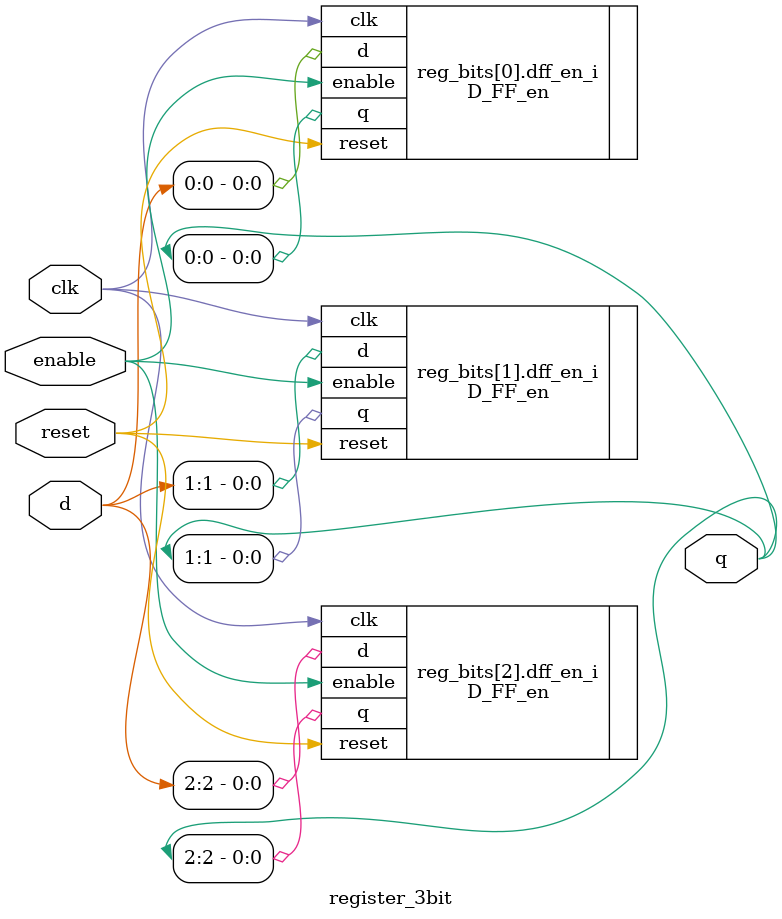
<source format=sv>
`timescale 1ps/1ps

module register_3bit (q, d, clk, enable, reset);
    output logic [2:0] q;
    input  logic [2:0] d;
    input  logic clk, enable, reset;

    genvar i;
    generate
        for (i = 0; i < 3; i = i + 1) begin : reg_bits
            D_FF_en dff_en_i (.q(q[i]), .d(d[i]), .clk(clk), .reset(reset), .enable(enable));
        end
    endgenerate
endmodule

</source>
